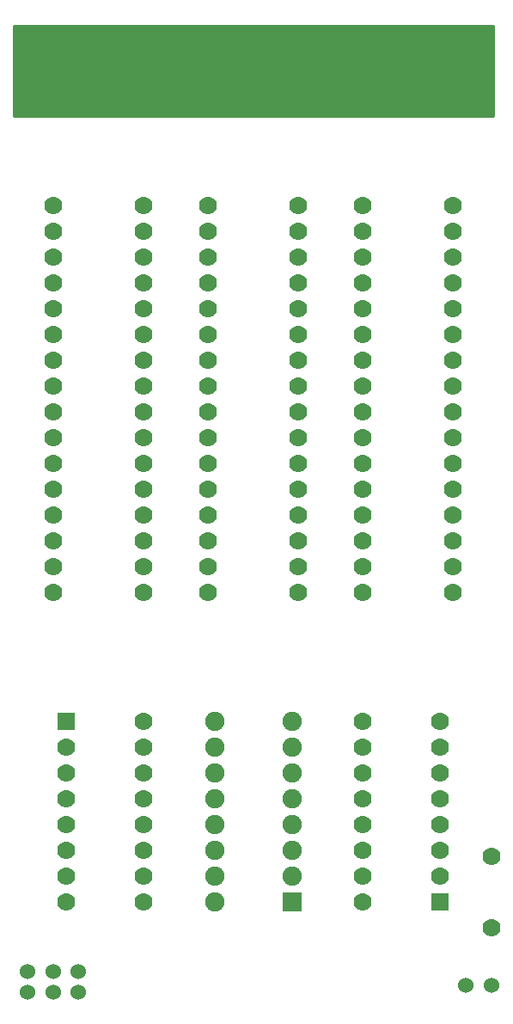
<source format=gbs>
%FSTAX24Y24*%
%MOIN*%
%IN ucard16.gbs *%
%ADD10C,0.0100*%
%ADD11C,0.0300*%
%ADD12C,0.0600*%
%ADD13C,0.0700*%
%ADD14C,0.0750*%
%ADD15R,0.0700X0.0700*%
%ADD16R,0.0750X0.0750*%
D10*X000682Y035055D02*G01Y038555D01*X019282D01*Y035055D01*X000682D01*
G36*G01Y038555D01*X019282D01*Y035055D01*X000682D01*G37*
%LPC*%
%LPD*%
D13*X011732Y020605D03*X008232D03*X014232Y024605D03*X017732D03*
X011732Y031605D03*X008232D03*X017732Y017605D03*X014232D03*Y022605D03*
X017732D03*X014232Y016605D03*X017732D03*X002232Y018605D03*X005732D03*
X002232Y020605D03*X005732D03*D16*X011482Y004605D03*D14*
X008482Y010605D03*Y009605D03*Y008605D03*Y007605D03*Y006605D03*
Y005605D03*Y004605D03*X011482Y005605D03*Y006605D03*Y007605D03*
Y008605D03*Y009605D03*Y010605D03*Y011605D03*X008482D03*D13*
X002232Y016605D03*X005732D03*X011732Y024605D03*X008232D03*
X011732Y021605D03*X008232D03*D12*X018232Y001361D03*X019216D03*D15*
X017232Y004605D03*D13*X014232Y010605D03*Y009605D03*Y008605D03*
Y007605D03*Y006605D03*Y005605D03*Y004605D03*X017232Y005605D03*
Y006605D03*Y007605D03*Y008605D03*Y009605D03*Y010605D03*Y011605D03*
X014232D03*D15*X002732Y011605D03*D13*X005732Y005605D03*Y006605D03*
Y007605D03*Y008605D03*Y009605D03*Y010605D03*Y011605D03*
X002732Y010605D03*Y009605D03*Y008605D03*Y007605D03*Y006605D03*
Y005605D03*Y004605D03*X005732D03*X014232Y028605D03*X017732D03*
X011732Y022605D03*X008232D03*X005732Y023605D03*X002232D03*
X011732Y029605D03*X008232D03*X005732Y027605D03*X002232D03*Y026605D03*
X005732D03*X019232Y003599D03*Y006355D03*X017732Y031605D03*X014232D03*
Y026605D03*X017732D03*X005732Y031605D03*X002232D03*X017732Y019605D03*
X014232D03*X011732Y027605D03*X008232D03*X014232Y018605D03*X017732D03*
X011732Y025605D03*X008232D03*X017732Y023605D03*X014232D03*
X011732Y019605D03*X008232D03*X005732Y017605D03*X002232D03*
X005732Y019605D03*X002232D03*X017732Y027605D03*X014232D03*
X002232Y022605D03*X005732D03*X017732Y021605D03*X014232D03*Y020605D03*
X017732D03*X002232Y028605D03*X005732D03*X014232Y030605D03*X017732D03*
X011732Y030605D03*X008232D03*X011732Y028605D03*X008232D03*
X011732Y023605D03*X008232D03*X011732Y016605D03*X008232D03*
X002232Y024605D03*X005732D03*X017732Y029605D03*X014232D03*
X017732Y025605D03*X014232D03*X002232Y030605D03*X005732D03*
X011732Y017605D03*X008232D03*X005732Y029605D03*X002232D03*
X005732Y021605D03*X002232D03*X011732Y018605D03*X008232D03*D12*
X0032Y001893D03*Y001105D03*X001232Y001893D03*Y001105D03*
X002216Y001893D03*Y001105D03*D13*X005732Y025605D03*X002232D03*
X011732Y026605D03*X008232D03*
M02*
</source>
